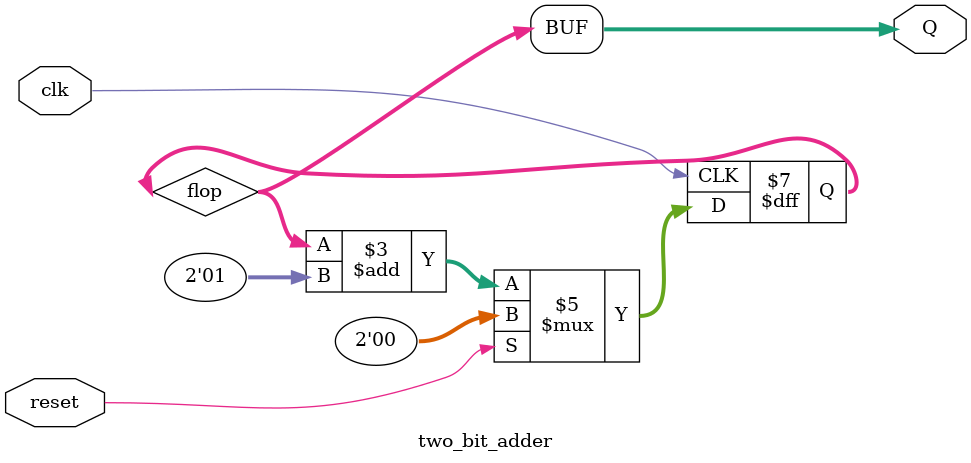
<source format=v>
module two_bit_adder(input clk,reset,output [1:0]Q);


    reg [1:0] flop;

    always @(posedge clk) begin
        if(reset == 1'b1)
        begin
            flop <= 2'b00;
        end
        else begin
            flop <= flop + 2'b01;
        end
    end

    assign Q = flop;

endmodule

 
</source>
